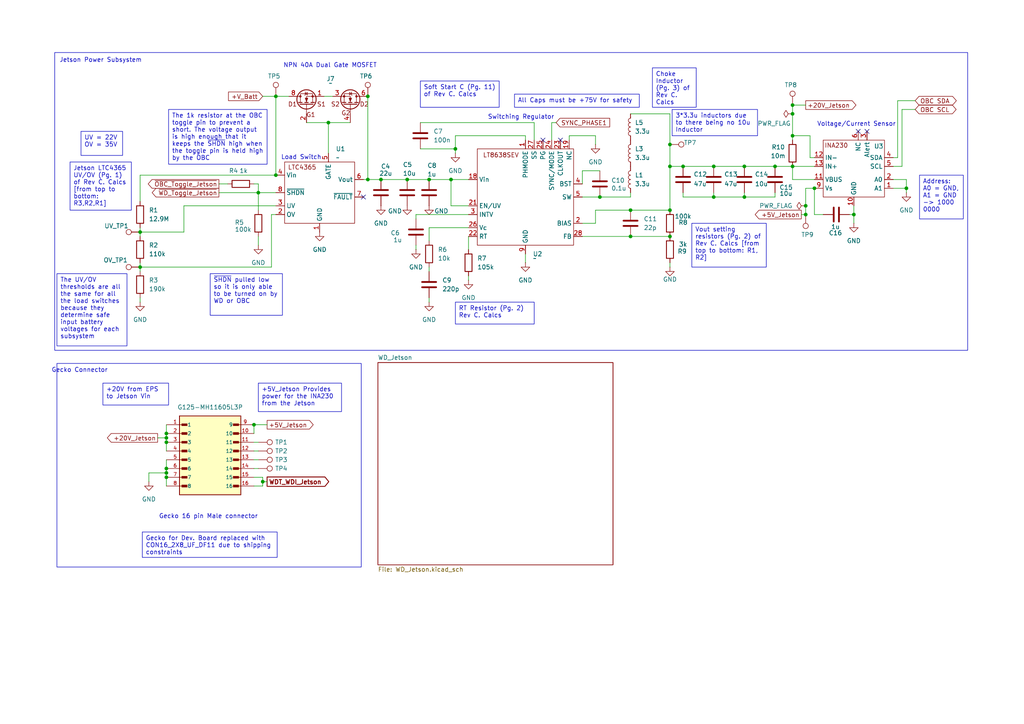
<source format=kicad_sch>
(kicad_sch (version 20250114) (generator "eeschema") (generator_version "9.0")
  (paper "A4")
  (lib_symbols
    (symbol "16 Pin Gecko Male Connector:G125-MH11605L3P" (pin_names (offset 1.016))
      (property "Reference" "J" (at -9.39 12.7 0))
      (property "Value" "G125-MH11605L3P" (at -8.89 -12.7 0))
      (symbol "G125-MH11605L3P_0_0"
        (rectangle (start -8.89 -10.16) (end 8.89 12.7) (stroke (width 0.254)) (fill (type background)))
        (rectangle (start -8.255 9.8425) (end -6.6675 10.4775) (stroke (width 0.1)) (fill (type outline)))
        (rectangle (start -8.255 7.3025) (end -6.6675 7.9375) (stroke (width 0.1)) (fill (type outline)))
        (rectangle (start -8.255 4.7625) (end -6.6675 5.3975) (stroke (width 0.1)) (fill (type outline)))
        (rectangle (start -8.255 2.2225) (end -6.6675 2.8575) (stroke (width 0.1)) (fill (type outline)))
        (rectangle (start -8.255 -0.3175) (end -6.6675 0.3175) (stroke (width 0.1)) (fill (type outline)))
        (rectangle (start -8.255 -2.8575) (end -6.6675 -2.2225) (stroke (width 0.1)) (fill (type outline)))
        (rectangle (start -8.255 -5.3975) (end -6.6675 -4.7625) (stroke (width 0.1)) (fill (type outline)))
        (rectangle (start -8.255 -7.9375) (end -6.6675 -7.3025) (stroke (width 0.1)) (fill (type outline)))
        (rectangle (start 8.255 9.8425) (end 6.6675 10.4775) (stroke (width 0.1)) (fill (type outline)))
        (rectangle (start 8.255 7.3025) (end 6.6675 7.9375) (stroke (width 0.1)) (fill (type outline)))
        (rectangle (start 8.255 4.7625) (end 6.6675 5.3975) (stroke (width 0.1)) (fill (type outline)))
        (rectangle (start 8.255 2.2225) (end 6.6675 2.8575) (stroke (width 0.1)) (fill (type outline)))
        (rectangle (start 8.255 -0.3175) (end 6.6675 0.3175) (stroke (width 0.1)) (fill (type outline)))
        (rectangle (start 8.255 -2.8575) (end 6.6675 -2.2225) (stroke (width 0.1)) (fill (type outline)))
        (rectangle (start 8.255 -5.3975) (end 6.6675 -4.7625) (stroke (width 0.1)) (fill (type outline)))
        (rectangle (start 8.255 -7.9375) (end 6.6675 -7.3025) (stroke (width 0.1)) (fill (type outline)))
        (pin passive line (at -12.7 10.16 0) (length 5.08) (name "1") (number "1"))
        (pin passive line (at -12.7 7.62 0) (length 5.08) (name "2") (number "2"))
        (pin passive line (at -12.7 5.08 0) (length 5.08) (name "3") (number "3"))
        (pin passive line (at -12.7 2.54 0) (length 5.08) (name "4") (number "4"))
        (pin passive line (at -12.7 0 0) (length 5.08) (name "5") (number "5"))
        (pin passive line (at -12.7 -2.54 0) (length 5.08) (name "6") (number "6"))
        (pin passive line (at -12.7 -5.08 0) (length 5.08) (name "7") (number "7"))
        (pin passive line (at -12.7 -7.62 0) (length 5.08) (name "8") (number "8"))
        (pin passive line (at 12.7 10.16 180) (length 5.08) (name "9") (number "9"))
        (pin passive line (at 12.7 7.62 180) (length 5.08) (name "10") (number "10"))
        (pin passive line (at 12.7 5.08 180) (length 5.08) (name "11") (number "11"))
        (pin passive line (at 12.7 2.54 180) (length 5.08) (name "12") (number "12"))
        (pin passive line (at 12.7 0 180) (length 5.08) (name "13") (number "13"))
        (pin passive line (at 12.7 -2.54 180) (length 5.08) (name "14") (number "14"))
        (pin passive line (at 12.7 -5.08 180) (length 5.08) (name "15") (number "15"))
        (pin passive line (at 12.7 -7.62 180) (length 5.08) (name "16") (number "16"))
      )
    )
    (symbol "Connector:TestPoint" (pin_numbers (hide yes)) (pin_names (offset 0.762) (hide yes))
      (property "Reference" "TP" (at 0 6.858 0))
      (property "Value" "TestPoint" (at 0 5.08 0))
      (symbol "TestPoint_0_1"
        (circle (center 0 3.302) (radius 0.762))
      )
      (symbol "TestPoint_1_1"
        (pin passive line (at 0 0 90) (length 2.54) (name "1") (number "1"))
      )
    )
    (symbol "Device:C" (pin_numbers (hide yes)) (pin_names (offset 0.254))
      (property "Reference" "C" (at 0.635 2.54 0))
      (property "Value" "C" (at 0.635 -2.54 0))
      (symbol "C_0_1"
        (polyline (pts (xy -2.032 0.762) (xy 2.032 0.762)) (stroke (width 0.508)))
        (polyline (pts (xy -2.032 -0.762) (xy 2.032 -0.762)) (stroke (width 0.508)))
      )
      (symbol "C_1_1"
        (pin passive line (at 0 3.81 270) (length 2.794) (name "~") (number "1"))
        (pin passive line (at 0 -3.81 90) (length 2.794) (name "~") (number "2"))
      )
    )
    (symbol "Device:L" (pin_numbers (hide yes)) (pin_names (offset 1.016) (hide yes))
      (property "Reference" "L" (at -1.27 0 90))
      (property "Value" "L" (at 1.905 0 90))
      (symbol "L_0_1"
        (arc (start 0 2.54) (mid 0.6323 1.905) (end 0 1.27))
        (arc (start 0 1.27) (mid 0.6323 0.635) (end 0 0))
        (arc (start 0 0) (mid 0.6323 -0.635) (end 0 -1.27))
        (arc (start 0 -1.27) (mid 0.6323 -1.905) (end 0 -2.54))
      )
      (symbol "L_1_1"
        (pin passive line (at 0 3.81 270) (length 1.27) (name "1") (number "1"))
        (pin passive line (at 0 -3.81 90) (length 1.27) (name "2") (number "2"))
      )
    )
    (symbol "Device:R" (pin_numbers (hide yes)) (pin_names (offset 0))
      (property "Reference" "R" (at 2.032 0 90))
      (property "Value" "R" (at 0 0 90))
      (symbol "R_0_1"
        (rectangle (start -1.016 -2.54) (end 1.016 2.54) (stroke (width 0.254)))
      )
      (symbol "R_1_1"
        (pin passive line (at 0 3.81 270) (length 1.27) (name "~") (number "1"))
        (pin passive line (at 0 -3.81 90) (length 1.27) (name "~") (number "2"))
      )
    )
    (symbol "INA230:INA230 [RGT PACKAGE]"
      (property "Reference" "U" (at 7.62 7.62 0))
      (property "Value" "INA230" (at 0 0 0))
      (symbol "INA230 [RGT PACKAGE]_0_1"
        (rectangle (start -8.89 8.89) (end 8.89 -7.62))
      )
      (symbol "INA230 [RGT PACKAGE]_1_1"
        (text "INA230" (at -5.08 7.366 0) (effects (font (size 1.27 1.27))))
        (pin input line (at -11.43 3.81 0) (length 2.54) (name "IN-") (number "12"))
        (pin input line (at -11.43 1.27 0) (length 2.54) (name "IN+") (number "13"))
        (pin input line (at -11.43 -2.54 0) (length 2.54) (name "VBUS") (number "11"))
        (pin power_in line (at -11.43 -5.08 0) (length 2.54) (name "Vs") (number "9"))
        (pin power_in line (at 0 -10.16 90) (length 2.54) (name "GND") (number "10"))
        (pin passive line (at 1.27 11.43 270) (length 2.54) (name "NC") (number "6"))
        (pin output line (at 3.81 11.43 270) (length 2.54) (name "Alert") (number "3"))
        (pin bidirectional line (at 11.43 3.81 180) (length 2.54) (name "SDA") (number "4"))
        (pin bidirectional line (at 11.43 1.27 180) (length 2.54) (name "SCL") (number "5"))
        (pin input line (at 11.43 -2.54 180) (length 2.54) (name "A0") (number "2"))
        (pin input line (at 11.43 -5.08 180) (length 2.54) (name "A1") (number "1"))
      )
    )
    (symbol "LT8638SEV#PBF:LT863SEV#PBF"
      (property "Reference" "U" (at 12.954 -2.286 0))
      (symbol "LT863SEV#PBF_0_1"
        (rectangle (start -13.97 15.24) (end 13.97 -12.7))
      )
      (symbol "LT863SEV#PBF_1_1"
        (text "LT8638SEV\n" (at -7.112 13.462 0) (effects (font (size 1.27 1.27))))
        (pin power_in line (at -16.51 6.35 0) (length 2.54) (name "Vin") (number "18"))
        (pin input line (at -16.51 -1.27 0) (length 2.54) (name "EN/UV") (number "21"))
        (pin input line (at -16.51 -3.81 0) (length 2.54) (name "INTV") (number "3"))
        (pin input line (at -16.51 -7.62 0) (length 2.54) (name "Vc") (number "26"))
        (pin passive line (at -16.51 -10.16 0) (length 2.54) (name "RT") (number "22"))
        (pin passive line (at 0 17.78 270) (length 2.54) (name "PHMODE") (number "1"))
        (pin power_in line (at 0 -15.24 90) (length 2.54) (name "GND") (number "9"))
        (pin passive line (at 2.54 17.78 270) (length 2.54) (name "SS") (number "27"))
        (pin passive line (at 5.08 17.78 270) (length 2.54) (name "PG") (number "25"))
        (pin passive line (at 7.62 17.78 270) (length 2.54) (name "SYNC/MODE") (number "24"))
        (pin passive line (at 10.16 17.78 270) (length 2.54) (name "CLKOUT") (number "23"))
        (pin passive line (at 12.7 17.78 270) (length 2.54) (name "NC") (number "19"))
        (pin power_out line (at 16.51 5.08 180) (length 2.54) (name "BST") (number "4"))
        (pin power_out line (at 16.51 1.27 180) (length 2.54) (name "SW") (number "5"))
        (pin power_out line (at 16.51 -6.35 180) (length 2.54) (name "BIAS") (number "2"))
        (pin power_out line (at 16.51 -10.16 180) (length 2.54) (name "FB") (number "28"))
      )
    )
    (symbol "LTC4365:LTC4365"
      (property "Reference" "U" (at 7.874 -7.874 0))
      (symbol "LTC4365_0_1"
        (rectangle (start -11.43 8.89) (end 8.89 -8.89))
      )
      (symbol "LTC4365_1_1"
        (text "LTC4365\n" (at -6.35 7.366 0) (effects (font (size 1.27 1.27))))
        (pin power_in line (at -13.97 5.08 0) (length 2.54) (name "Vin") (number "4"))
        (pin passive line (at -13.97 0 0) (length 2.54) (name "~{SHDN}") (number "8"))
        (pin input line (at -13.97 -3.81 0) (length 2.54) (name "UV") (number "3"))
        (pin input line (at -13.97 -6.35 0) (length 2.54) (name "OV") (number "2"))
        (pin power_in line (at -1.27 -11.43 90) (length 2.54) (name "GND") (number "1"))
        (pin output line (at 1.27 11.43 270) (length 2.54) (name "GATE") (number "5"))
        (pin passive line (at 11.43 3.81 180) (length 2.54) (name "Vout") (number "6"))
        (pin output line (at 11.43 -1.27 180) (length 2.54) (name "~{FAULT}") (number "7"))
      )
    )
    (symbol "SISB46DN:SISB46DN"
      (symbol "SISB46DN_0_1"
        (polyline (pts (xy -8.89 1.27) (xy -8.128 1.27)))
        (polyline (pts (xy -8.636 -0.508) (xy -7.62 -0.508)) (stroke (width 0.254)))
        (polyline (pts (xy -8.255 -1.016) (xy -4.445 -1.016)) (stroke (width 0.254)))
        (circle (center -8.128 1.27) (radius 0.254) (fill (type outline)))
        (polyline (pts (xy -6.858 1.524) (xy -6.731 1.651) (xy -6.731 2.413) (xy -6.604 2.54)))
        (polyline (pts (xy -6.858 -0.508) (xy -5.842 -0.508)) (stroke (width 0.254)))
        (polyline (pts (xy -6.731 2.032) (xy -6.096 1.651) (xy -6.096 2.413) (xy -6.731 2.032)))
        (circle (center -6.35 0.381) (radius 2.794) (stroke (width 0.254)))
        (polyline (pts (xy -6.35 -0.254) (xy -6.731 0.762) (xy -5.969 0.762) (xy -6.35 -0.254)) (fill (type outline)))
        (polyline (pts (xy -6.35 -1.016) (xy -6.35 -3.81)))
        (polyline (pts (xy -5.08 -0.508) (xy -4.064 -0.508)) (stroke (width 0.254)))
        (circle (center -4.572 1.27) (radius 0.254) (fill (type outline)))
        (polyline (pts (xy -4.572 -0.508) (xy -4.572 2.032) (xy -8.128 2.032) (xy -8.128 -0.508)))
        (polyline (pts (xy -3.81 1.27) (xy -6.35 1.27) (xy -6.35 -0.508)))
        (polyline (pts (xy 3.81 1.27) (xy 6.35 1.27) (xy 6.35 -0.508)))
        (circle (center 4.572 1.27) (radius 0.254) (fill (type outline)))
        (polyline (pts (xy 4.572 -0.508) (xy 4.572 2.032) (xy 8.128 2.032) (xy 8.128 -0.508)))
        (polyline (pts (xy 5.08 -0.508) (xy 4.064 -0.508)) (stroke (width 0.254)))
        (circle (center 6.35 0.381) (radius 2.794) (stroke (width 0.254)))
        (polyline (pts (xy 6.35 -0.254) (xy 6.731 0.762) (xy 5.969 0.762) (xy 6.35 -0.254)) (fill (type outline)))
        (polyline (pts (xy 6.35 -1.016) (xy 6.35 -3.81)))
        (polyline (pts (xy 6.731 2.032) (xy 6.096 1.651) (xy 6.096 2.413) (xy 6.731 2.032)))
        (polyline (pts (xy 6.858 1.524) (xy 6.731 1.651) (xy 6.731 2.413) (xy 6.604 2.54)))
        (polyline (pts (xy 6.858 -0.508) (xy 5.842 -0.508)) (stroke (width 0.254)))
        (circle (center 8.128 1.27) (radius 0.254) (fill (type outline)))
        (polyline (pts (xy 8.255 -1.016) (xy 4.445 -1.016)) (stroke (width 0.254)))
        (polyline (pts (xy 8.636 -0.508) (xy 7.62 -0.508)) (stroke (width 0.254)))
        (polyline (pts (xy 8.89 1.27) (xy 8.128 1.27)))
      )
      (symbol "SISB46DN_1_1"
        (text "D1" (at -10.414 -1.016 0) (effects (font (size 1.27 1.27))))
        (text "G1" (at -5.08 -4.064 0) (effects (font (size 1.27 1.27))))
        (text "S1" (at -2.032 -1.016 0) (effects (font (size 1.27 1.27))))
        (text "S2" (at 2.032 -1.016 0) (effects (font (size 1.27 1.27))))
        (text "G2" (at 5.08 -3.556 0) (effects (font (size 1.27 1.27))))
        (text "D2" (at 10.414 -1.016 0) (effects (font (size 1.27 1.27))))
        (pin passive line (at -11.43 1.27 0) (length 2.54) (hide yes) (name "") (number "7"))
        (pin power_in line (at -11.43 1.27 0) (length 2.54) (name "") (number "8"))
        (pin input line (at -6.35 -6.35 90) (length 2.54) (name "") (number "2"))
        (pin passive line (at -1.27 1.27 180) (length 2.54) (name "") (number "1"))
        (pin passive line (at 1.27 1.27 0) (length 2.54) (name "") (number "3"))
        (pin input line (at 6.35 -6.35 90) (length 2.54) (name "") (number "4"))
        (pin passive line (at 11.43 1.27 180) (length 2.54) (hide yes) (name "") (number "5"))
        (pin power_out line (at 11.43 1.27 180) (length 2.54) (name "") (number "6"))
      )
    )
    (symbol "power:GND" (power) (pin_numbers (hide yes)) (pin_names (offset 0) (hide yes))
      (property "Value" "GND" (at 0 -3.81 0))
      (symbol "GND_0_1"
        (polyline (pts (xy 0 0) (xy 0 -1.27) (xy 1.27 -1.27) (xy 0 -2.54) (xy -1.27 -1.27) (xy 0 -1.27)))
      )
      (symbol "GND_1_1"
        (pin power_in line (at 0 0 270) (length 0) (name "~") (number "1"))
      )
    )
    (symbol "power:PWR_FLAG" (power) (pin_numbers (hide yes)) (pin_names (offset 0) (hide yes))
      (property "Value" "PWR_FLAG" (at 0 3.81 0))
      (symbol "PWR_FLAG_0_0"
        (pin power_out line (at 0 0 90) (length 0) (name "~") (number "1"))
      )
      (symbol "PWR_FLAG_0_1"
        (polyline (pts (xy 0 0) (xy 0 1.27) (xy -1.016 1.905) (xy 0 2.54) (xy 1.016 1.905) (xy 0 1.27)))
      )
    )
  )
  (rectangle (start 15.875 15.24) (end 280.67 101.6))
  (rectangle (start 16.51 105.41) (end 104.775 164.465))
  (text "Gecko 16 pin Male connector" (at 60.452 149.86 0) (effects (font (size 1.27 1.27))))
  (text "Switching Regulator" (at 151.13 34.036 0) (effects (font (size 1.27 1.27))))
  (text "Jetson Power Subsystem" (at 29.21 17.526 0) (effects (font (size 1.27 1.27))))
  (text "Gecko Connector" (at 23.114 107.442 0) (effects (font (size 1.27 1.27))))
  (text "NPN 40A Dual Gate MOSFET" (at 95.758 19.05 0) (effects (font (size 1.27 1.27))))
  (text "Load Switch" (at 87.376 45.72 0) (effects (font (size 1.27 1.27))))
  (text "Voltage/Current Sensor" (at 248.412 36.068 0) (effects (font (size 1.27 1.27))))
  (text_box "3*3.3u inductors due to there being no 10u Inductor" (at 194.945 31.75 0) (size 24.765 7.62) (margins 0.9525 0.9525 0.9525 0.9525) (effects (font (size 1.27 1.27)) (justify left top)))
  (text_box "~{SHDN} pulled low so it is only able to be turned on by WD or OBC" (at 60.96 79.375 0) (size 20.955 12.065) (margins 0.9525 0.9525 0.9525 0.9525) (effects (font (size 1.27 1.27)) (justify left top)))
  (text_box "RT Resistor (Pg. 2) Rev C. Calcs" (at 132.08 87.63 0) (size 22.86 6.35) (margins 0.9525 0.9525 0.9525 0.9525) (effects (font (size 1.27 1.27)) (justify left top)))
  (text_box "Jetson LTC4365 UV/OV (Pg. 1) of Rev C. Calcs [from top to bottom: R3,R2,R1]" (at 20.32 46.99 0) (size 17.78 13.97) (margins 0.9525 0.9525 0.9525 0.9525) (effects (font (size 1.27 1.27)) (justify left top)))
  (text_box "Choke Inductor (Pg. 3) of Rev C. Calcs" (at 189.23 19.685 0) (size 12.7 11.43) (margins 0.9525 0.9525 0.9525 0.9525) (effects (font (size 1.27 1.27)) (justify left top)))
  (text_box "The UV/OV thresholds are all the same for all the load switches because they determine safe input battery voltages for each subsystem" (at 16.51 79.375 0) (size 20.32 20.955) (margins 0.9525 0.9525 0.9525 0.9525) (effects (font (size 1.27 1.27)) (justify left top)))
  (text_box "Vout setting resistors (Pg. 2) of Rev C. Calcs [from top to bottom: R1, R2]" (at 200.66 64.77 0) (size 21.59 12.7) (margins 0.9525 0.9525 0.9525 0.9525) (effects (font (size 1.27 1.27)) (justify left top)))
  (text_box "UV = 22V\nOV = 35V" (at 23.495 38.1 0) (size 12.065 6.985) (margins 0.9525 0.9525 0.9525 0.9525) (effects (font (size 1.27 1.27)) (justify left top)))
  (text_box "All Caps must be +75V for safety" (at 149.225 27.305 0) (size 36.195 3.81) (margins 0.9525 0.9525 0.9525 0.9525) (effects (font (size 1.27 1.27)) (justify left top)))
  (text_box "Soft Start C (Pg. 11) of Rev C. Calcs" (at 121.92 23.495 0) (size 22.86 7.62) (margins 0.9525 0.9525 0.9525 0.9525) (effects (font (size 1.27 1.27)) (justify left top)))
  (text_box "+5V_Jetson Provides power for the INA230 from the Jetson" (at 74.93 111.125 0) (size 24.13 8.255) (margins 0.9525 0.9525 0.9525 0.9525) (effects (font (size 1.27 1.27)) (justify left top)))
  (text_box "Gecko for Dev. Board replaced with CON16_2X8_UF_DF11 due to shipping constraints" (at 41.275 154.305 0) (size 39.116 7.366) (margins 0.9525 0.9525 0.9525 0.9525) (effects (font (size 1.27 1.27)) (justify left top)))
  (text_box "+20V from EPS to Jetson Vin" (at 29.845 111.125 0) (size 19.05 6.35) (margins 0.9525 0.9525 0.9525 0.9525) (effects (font (size 1.27 1.27)) (justify left top)))
  (text_box "Address: A0 = GND, A1 = GND -> 1000 0000" (at 266.7 50.8 0) (size 12.7 12.7) (margins 0.9525 0.9525 0.9525 0.9525) (effects (font (size 1.27 1.27)) (justify left top)))
  (text_box "The 1k resistor at the OBC toggle pin to prevent a short. The voltage output is high enough that it keeps the ~{SHDN} high when the toggle pin is held high by the OBC" (at 48.895 31.75 0) (size 28.575 15.875) (margins 0.9525 0.9525 0.9525 0.9525) (effects (font (size 1.27 1.27)) (justify left top)))
  (junction (at 262.89 54.61))
  (junction (at 215.9 48.26))
  (junction (at 236.22 54.61))
  (junction (at 118.11 52.07))
  (junction (at 182.88 68.58))
  (junction (at 48.26 128.27))
  (junction (at 95.25 35.56))
  (junction (at 106.68 52.07))
  (junction (at 198.12 48.26))
  (junction (at 48.26 125.73))
  (junction (at 182.88 60.96))
  (junction (at 194.31 48.26))
  (junction (at 207.01 48.26))
  (junction (at 76.2 139.7))
  (junction (at 48.26 138.43))
  (junction (at 40.64 67.31))
  (junction (at 130.81 52.07))
  (junction (at 48.26 137.16))
  (junction (at 132.08 43.18))
  (junction (at 229.87 39.37))
  (junction (at 110.49 52.07))
  (junction (at 233.68 59.69))
  (junction (at 80.01 27.94))
  (junction (at 194.31 60.96))
  (junction (at 229.87 30.48))
  (junction (at 194.31 68.58))
  (junction (at 106.68 27.94))
  (junction (at 215.9 57.15))
  (junction (at 173.99 57.15))
  (junction (at 73.66 123.19))
  (junction (at 80.01 50.8))
  (junction (at 48.26 135.89))
  (junction (at 40.64 77.47))
  (junction (at 207.01 57.15))
  (junction (at 124.46 52.07))
  (junction (at 247.65 62.23))
  (junction (at 224.79 48.26))
  (junction (at 229.87 48.26))
  (junction (at 194.31 41.91))
  (junction (at 233.68 62.23))
  (junction (at 74.93 55.88))
  (junction (at 229.87 33.02))
  (junction (at 48.26 127))
  (no_connect (at 105.41 57.15))
  (no_connect (at 162.56 40.64))
  (no_connect (at 251.46 38.1))
  (no_connect (at 157.48 40.64))
  (no_connect (at 248.92 38.1))
  (wire (pts (xy 229.87 39.37) (xy 229.87 33.02)))
  (wire (pts (xy 48.26 137.16) (xy 48.26 138.43)))
  (wire (pts (xy 172.72 60.96) (xy 182.88 60.96)))
  (wire (pts (xy 233.68 54.61) (xy 233.68 59.69)))
  (wire (pts (xy 207.01 48.26) (xy 215.9 48.26)))
  (wire (pts (xy 152.4 73.66) (xy 152.4 76.2)))
  (wire (pts (xy 224.79 57.15) (xy 224.79 55.88)))
  (wire (pts (xy 135.89 80.01) (xy 135.89 81.28)))
  (wire (pts (xy 215.9 48.26) (xy 224.79 48.26)))
  (wire (pts (xy 48.26 128.27) (xy 48.26 130.81)))
  (wire (pts (xy 236.22 62.23) (xy 238.76 62.23)))
  (wire (pts (xy 106.68 52.07) (xy 110.49 52.07)))
  (wire (pts (xy 48.26 133.35) (xy 48.26 135.89)))
  (wire (pts (xy 80.01 27.94) (xy 80.01 50.8)))
  (wire (pts (xy 121.92 43.18) (xy 132.08 43.18)))
  (wire (pts (xy 106.68 27.94) (xy 106.68 52.07)))
  (wire (pts (xy 160.02 35.56) (xy 160.02 40.64)))
  (wire (pts (xy 229.87 39.37) (xy 229.87 40.64)))
  (wire (pts (xy 78.74 77.47) (xy 78.74 62.23)))
  (wire (pts (xy 168.91 57.15) (xy 173.99 57.15)))
  (wire (pts (xy 95.25 35.56) (xy 95.25 44.45)))
  (wire (pts (xy 261.62 48.26) (xy 261.62 31.75)))
  (wire (pts (xy 73.66 135.89) (xy 74.93 135.89)))
  (wire (pts (xy 40.64 66.04) (xy 40.64 67.31)))
  (wire (pts (xy 48.26 125.73) (xy 48.26 127)))
  (wire (pts (xy 53.34 59.69) (xy 53.34 67.31)))
  (wire (pts (xy 76.2 139.7) (xy 77.47 139.7)))
  (wire (pts (xy 73.66 133.35) (xy 74.93 133.35)))
  (wire (pts (xy 63.5 53.34) (xy 66.04 53.34)))
  (wire (pts (xy 173.99 57.15) (xy 182.88 57.15)))
  (wire (pts (xy 182.88 60.96) (xy 194.31 60.96)))
  (wire (pts (xy 73.66 123.19) (xy 77.47 123.19)))
  (wire (pts (xy 246.38 62.23) (xy 247.65 62.23)))
  (wire (pts (xy 229.87 30.48) (xy 233.68 30.48)))
  (wire (pts (xy 233.68 62.23) (xy 233.68 59.69)))
  (wire (pts (xy 93.98 27.94) (xy 96.52 27.94)))
  (wire (pts (xy 229.87 33.02) (xy 229.87 30.48)))
  (wire (pts (xy 73.66 130.81) (xy 74.93 130.81)))
  (wire (pts (xy 110.49 52.07) (xy 118.11 52.07)))
  (wire (pts (xy 260.35 45.72) (xy 260.35 29.21)))
  (wire (pts (xy 73.66 128.27) (xy 74.93 128.27)))
  (wire (pts (xy 74.93 53.34) (xy 74.93 55.88)))
  (wire (pts (xy 40.64 86.36) (xy 40.64 87.63)))
  (wire (pts (xy 124.46 77.47) (xy 124.46 78.74)))
  (wire (pts (xy 247.65 62.23) (xy 247.65 59.69)))
  (wire (pts (xy 63.5 55.88) (xy 74.93 55.88)))
  (wire (pts (xy 120.65 62.23) (xy 120.65 63.5)))
  (wire (pts (xy 229.87 48.26) (xy 229.87 52.07)))
  (wire (pts (xy 172.72 60.96) (xy 172.72 64.77)))
  (wire (pts (xy 207.01 57.15) (xy 215.9 57.15)))
  (wire (pts (xy 48.26 138.43) (xy 48.26 140.97)))
  (wire (pts (xy 182.88 57.15) (xy 182.88 55.88)))
  (wire (pts (xy 135.89 66.04) (xy 124.46 66.04)))
  (wire (pts (xy 172.72 39.37) (xy 172.72 41.91)))
  (wire (pts (xy 40.64 77.47) (xy 78.74 77.47)))
  (wire (pts (xy 135.89 59.69) (xy 130.81 59.69)))
  (wire (pts (xy 224.79 48.26) (xy 229.87 48.26)))
  (wire (pts (xy 168.91 53.34) (xy 168.91 49.53)))
  (wire (pts (xy 118.11 52.07) (xy 124.46 52.07)))
  (wire (pts (xy 261.62 31.75) (xy 265.43 31.75)))
  (wire (pts (xy 135.89 68.58) (xy 135.89 72.39)))
  (wire (pts (xy 165.1 40.64) (xy 165.1 39.37)))
  (wire (pts (xy 194.31 33.02) (xy 194.31 41.91)))
  (wire (pts (xy 132.08 39.37) (xy 132.08 43.18)))
  (wire (pts (xy 78.74 62.23) (xy 80.01 62.23)))
  (wire (pts (xy 233.68 54.61) (xy 236.22 54.61)))
  (wire (pts (xy 73.66 53.34) (xy 74.93 53.34)))
  (wire (pts (xy 152.4 39.37) (xy 132.08 39.37)))
  (wire (pts (xy 194.31 48.26) (xy 198.12 48.26)))
  (wire (pts (xy 80.01 27.94) (xy 83.82 27.94)))
  (wire (pts (xy 53.34 59.69) (xy 80.01 59.69)))
  (wire (pts (xy 76.2 140.97) (xy 73.66 140.97)))
  (wire (pts (xy 105.41 52.07) (xy 106.68 52.07)))
  (wire (pts (xy 182.88 68.58) (xy 194.31 68.58)))
  (wire (pts (xy 76.2 139.7) (xy 76.2 140.97)))
  (wire (pts (xy 48.26 127) (xy 48.26 128.27)))
  (wire (pts (xy 259.08 45.72) (xy 260.35 45.72)))
  (wire (pts (xy 74.93 55.88) (xy 74.93 60.96)))
  (wire (pts (xy 130.81 52.07) (xy 135.89 52.07)))
  (wire (pts (xy 182.88 33.02) (xy 194.31 33.02)))
  (wire (pts (xy 168.91 64.77) (xy 172.72 64.77)))
  (wire (pts (xy 194.31 77.47) (xy 194.31 76.2)))
  (wire (pts (xy 247.65 64.77) (xy 247.65 62.23)))
  (wire (pts (xy 259.08 52.07) (xy 262.89 52.07)))
  (wire (pts (xy 73.66 123.19) (xy 73.66 125.73)))
  (wire (pts (xy 154.94 40.64) (xy 154.94 35.56)))
  (wire (pts (xy 161.29 35.56) (xy 160.02 35.56)))
  (wire (pts (xy 236.22 54.61) (xy 236.22 62.23)))
  (wire (pts (xy 262.89 52.07) (xy 262.89 54.61)))
  (wire (pts (xy 48.26 135.89) (xy 48.26 137.16)))
  (wire (pts (xy 229.87 52.07) (xy 236.22 52.07)))
  (wire (pts (xy 45.72 127) (xy 48.26 127)))
  (wire (pts (xy 40.64 67.31) (xy 40.64 68.58)))
  (wire (pts (xy 168.91 68.58) (xy 182.88 68.58)))
  (wire (pts (xy 259.08 48.26) (xy 261.62 48.26)))
  (wire (pts (xy 262.89 54.61) (xy 262.89 55.88)))
  (wire (pts (xy 124.46 52.07) (xy 130.81 52.07)))
  (wire (pts (xy 40.64 77.47) (xy 40.64 78.74)))
  (wire (pts (xy 229.87 48.26) (xy 236.22 48.26)))
  (wire (pts (xy 74.93 55.88) (xy 80.01 55.88)))
  (wire (pts (xy 43.18 137.16) (xy 43.18 139.7)))
  (wire (pts (xy 120.65 71.12) (xy 120.65 72.39)))
  (wire (pts (xy 152.4 39.37) (xy 152.4 40.64)))
  (wire (pts (xy 76.2 138.43) (xy 76.2 139.7)))
  (wire (pts (xy 124.46 86.36) (xy 124.46 87.63)))
  (wire (pts (xy 215.9 55.88) (xy 215.9 57.15)))
  (wire (pts (xy 40.64 50.8) (xy 80.01 50.8)))
  (wire (pts (xy 154.94 35.56) (xy 121.92 35.56)))
  (wire (pts (xy 168.91 49.53) (xy 173.99 49.53)))
  (wire (pts (xy 198.12 57.15) (xy 207.01 57.15)))
  (wire (pts (xy 259.08 54.61) (xy 262.89 54.61)))
  (wire (pts (xy 95.25 35.56) (xy 101.6 35.56)))
  (wire (pts (xy 215.9 57.15) (xy 224.79 57.15)))
  (wire (pts (xy 229.87 39.37) (xy 234.95 39.37)))
  (wire (pts (xy 132.08 44.45) (xy 132.08 43.18)))
  (wire (pts (xy 234.95 39.37) (xy 234.95 45.72)))
  (wire (pts (xy 88.9 35.56) (xy 95.25 35.56)))
  (wire (pts (xy 207.01 55.88) (xy 207.01 57.15)))
  (wire (pts (xy 120.65 62.23) (xy 135.89 62.23)))
  (wire (pts (xy 194.31 48.26) (xy 194.31 60.96)))
  (wire (pts (xy 43.18 137.16) (xy 48.26 137.16)))
  (wire (pts (xy 165.1 39.37) (xy 172.72 39.37)))
  (wire (pts (xy 198.12 48.26) (xy 207.01 48.26)))
  (wire (pts (xy 124.46 66.04) (xy 124.46 69.85)))
  (wire (pts (xy 232.41 62.23) (xy 233.68 62.23)))
  (wire (pts (xy 40.64 50.8) (xy 40.64 58.42)))
  (wire (pts (xy 40.64 76.2) (xy 40.64 77.47)))
  (wire (pts (xy 73.66 138.43) (xy 76.2 138.43)))
  (wire (pts (xy 40.64 67.31) (xy 53.34 67.31)))
  (wire (pts (xy 260.35 29.21) (xy 265.43 29.21)))
  (wire (pts (xy 76.2 27.94) (xy 80.01 27.94)))
  (wire (pts (xy 74.93 68.58) (xy 74.93 71.12)))
  (wire (pts (xy 48.26 123.19) (xy 48.26 125.73)))
  (wire (pts (xy 194.31 41.91) (xy 194.31 48.26)))
  (wire (pts (xy 130.81 59.69) (xy 130.81 52.07)))
  (wire (pts (xy 198.12 55.88) (xy 198.12 57.15)))
  (wire (pts (xy 234.95 45.72) (xy 236.22 45.72)))
  (global_label "~{OBC_Toggle_Jetson}" (shape output) (at 63.5 53.34 180) (property "Intersheetrefs" "${INTERSHEET_REFS}" (effects (hide yes))))
  (global_label "~{WD_Toggle_Jetson}" (shape output) (at 63.5 55.88 180) (property "Intersheetrefs" "${INTERSHEET_REFS}" (effects (hide yes))))
  (global_label "WDT_WDI_Jetson" (shape output) (at 77.47 139.7 0) (effects (font (thickness 0.254) (bold yes))) (property "Intersheetrefs" "${INTERSHEET_REFS}" (effects (hide yes))))
  (global_label "OBC SCL" (shape bidirectional) (at 265.43 31.75 0) (property "Intersheetrefs" "${INTERSHEET_REFS}" (effects (hide yes))))
  (global_label "SYNC_PHASE1" (shape input) (at 161.29 35.56 0) (property "Intersheetrefs" "${INTERSHEET_REFS}" (effects (hide yes))))
  (global_label "+20V_Jetson" (shape output) (at 45.72 127 180) (property "Intersheetrefs" "${INTERSHEET_REFS}" (effects (hide yes))))
  (global_label "+20V_Jetson" (shape output) (at 233.68 30.48 0) (property "Intersheetrefs" "${INTERSHEET_REFS}" (effects (hide yes))))
  (global_label "+5V_Jetson" (shape output) (at 232.41 62.23 180) (property "Intersheetrefs" "${INTERSHEET_REFS}" (effects (hide yes))))
  (global_label "OBC SDA" (shape bidirectional) (at 265.43 29.21 0) (property "Intersheetrefs" "${INTERSHEET_REFS}" (effects (hide yes))))
  (global_label "+V_Batt" (shape input) (at 76.2 27.94 180) (property "Intersheetrefs" "${INTERSHEET_REFS}" (effects (hide yes))))
  (global_label "+5V_Jetson" (shape output) (at 77.47 123.19 0) (property "Intersheetrefs" "${INTERSHEET_REFS}" (effects (hide yes))))
  (symbol (lib_id "Connector:TestPoint") (at 40.64 67.31 90) (unit 1)
    (property "Reference" "UV_TP1" (at 33.782 65.532 90))
    (property "Value" "TestPoint" (effects (hide yes)))
    (property "Footprint" "TestPoint:TestPoint_Pad_1.0x1.0mm" (effects (hide yes)))
    (property "Description" "test point" (effects (hide yes)))
  )
  (symbol (lib_id "Connector:TestPoint") (at 40.64 77.47 90) (unit 1)
    (property "Reference" "OV_TP1" (at 33.528 75.438 90))
    (property "Value" "TestPoint" (effects (hide yes)))
    (property "Footprint" "TestPoint:TestPoint_Pad_1.0x1.0mm" (effects (hide yes)))
    (property "Description" "test point" (effects (hide yes)))
  )
  (symbol (lib_id "power:GND") (at 110.49 59.69 0) (unit 1)
    (property "Reference" "#PWR07" (effects (hide yes)))
    (property "Value" "GND" (at 110.49 64.77 0))
    (property "Description" "Power symbol creates a global label with name \"GND\" , ground" (effects (hide yes)))
  )
  (symbol (lib_id "SISB46DN:SISB46DN") (at 95.25 29.21 0) (unit 1)
    (property "Reference" "J7" (at 95.885 22.86 0))
    (property "Value" "~" (at 95.885 24.13 0))
    (property "Footprint" "RevC Footprints:SISB46DN-T1-GE3" (effects (hide yes)))
    (property "Datasheet" "https://www.vishay.com/docs/76655/sisb46dn.pdf" (effects (hide yes)))
    (property "Description" "Dual N-Channel 40V (D-S) MOSFET" (effects (hide yes)))
  )
  (symbol (lib_id "Device:C") (at 207.01 52.07 0) (unit 1)
    (property "Reference" "C13" (at 210.058 50.546 0) (effects (justify left)))
    (property "Value" "47u" (at 210.058 53.34 0) (effects (justify left)))
    (property "Footprint" "Capacitor_SMD:C_1210_3225Metric" (effects (hide yes)))
    (property "Description" "Unpolarized capacitor" (effects (hide yes)))
  )
  (symbol (lib_id "16 Pin Gecko Male Connector:G125-MH11605L3P") (at 60.96 133.35 0) (unit 1)
    (property "Reference" "J6" (effects (hide yes)))
    (property "Value" "G125-MH11605L3P" (at 60.96 118.11 0))
    (property "Footprint" "RevC Footprints:CON16_2X8_UF_DF11" (effects (hide yes)))
    (property "MANUFACTURER" "HARWIN" (effects (hide yes)))
  )
  (symbol (lib_id "Device:R") (at 40.64 72.39 0) (unit 1)
    (property "Reference" "R2" (at 43.18 71.1199 0) (effects (justify left)))
    (property "Value" "110k" (at 43.18 73.6599 0) (effects (justify left)))
    (property "Footprint" "Resistor_SMD:R_0603_1608Metric" (effects (hide yes)))
    (property "Description" "Resistor" (effects (hide yes)))
  )
  (symbol (lib_id "power:GND") (at 132.08 44.45 0) (unit 1)
    (property "Reference" "#PWR012" (effects (hide yes)))
    (property "Value" "GND" (at 132.08 49.53 0))
    (property "Description" "Power symbol creates a global label with name \"GND\" , ground" (effects (hide yes)))
  )
  (symbol (lib_id "Device:R") (at 40.64 62.23 0) (unit 1)
    (property "Reference" "R1" (at 43.18 60.9599 0) (effects (justify left)))
    (property "Value" "12.9M" (at 43.18 63.4999 0) (effects (justify left)))
    (property "Footprint" "Resistor_SMD:R_0603_1608Metric" (effects (hide yes)))
    (property "Description" "Resistor" (effects (hide yes)))
  )
  (symbol (lib_id "Device:C") (at 242.57 62.23 270) (unit 1)
    (property "Reference" "C16" (at 242.316 67.564 90))
    (property "Value" "1u" (at 242.316 65.786 90))
    (property "Footprint" "Capacitor_SMD:C_1210_3225Metric" (effects (hide yes)))
    (property "Description" "Unpolarized capacitor" (effects (hide yes)))
  )
  (symbol (lib_id "power:GND") (at 124.46 59.69 0) (unit 1)
    (property "Reference" "#PWR010" (effects (hide yes)))
    (property "Value" "GND" (at 128.016 61.214 0))
    (property "Description" "Power symbol creates a global label with name \"GND\" , ground" (effects (hide yes)))
  )
  (symbol (lib_id "Device:R") (at 135.89 76.2 0) (unit 1)
    (property "Reference" "R7" (at 138.43 74.9299 0) (effects (justify left)))
    (property "Value" "105k" (at 138.43 77.4699 0) (effects (justify left)))
    (property "Footprint" "Resistor_SMD:R_0603_1608Metric" (effects (hide yes)))
    (property "Description" "Resistor" (effects (hide yes)))
  )
  (symbol (lib_id "Device:C") (at 118.11 55.88 0) (unit 1)
    (property "Reference" "C5" (at 116.84 47.752 0) (effects (justify left)))
    (property "Value" "10u" (at 116.84 50.292 0) (effects (justify left)))
    (property "Footprint" "Capacitor_SMD:C_1210_3225Metric" (effects (hide yes)))
    (property "Description" "Unpolarized capacitor" (effects (hide yes)))
  )
  (symbol (lib_id "power:GND") (at 118.11 59.69 0) (unit 1)
    (property "Reference" "#PWR08" (effects (hide yes)))
    (property "Value" "GND" (at 114.554 61.214 0))
    (property "Description" "Power symbol creates a global label with name \"GND\" , ground" (effects (hide yes)))
  )
  (symbol (lib_id "Device:C") (at 198.12 52.07 0) (unit 1)
    (property "Reference" "C12" (at 201.168 50.546 0) (effects (justify left)))
    (property "Value" "47u" (at 201.168 53.34 0) (effects (justify left)))
    (property "Footprint" "Capacitor_SMD:C_1210_3225Metric" (effects (hide yes)))
    (property "Description" "Unpolarized capacitor" (effects (hide yes)))
  )
  (symbol (lib_id "LTC4365:LTC4365") (at 93.98 55.88 0) (unit 1)
    (property "Reference" "U1" (at 97.3933 43.18 0) (effects (justify left)))
    (property "Value" "~" (at 97.3933 45.72 0) (effects (justify left)))
    (property "Footprint" "RevC Footprints:LTC4365" (effects (hide yes)))
    (property "Datasheet" "https://www.analog.com/media/en/technical-documentation/data-sheets/LTC4365.pdf" (effects (hide yes)))
    (property "Description" "Overvoltage, Undervoltage and Reverse Supply Protection Controller" (effects (hide yes)))
  )
  (symbol (lib_id "power:PWR_FLAG") (at 233.68 59.69 90) (unit 1)
    (property "Reference" "#FLG05" (effects (hide yes)))
    (property "Value" "PWR_FLAG" (at 229.87 59.6899 90) (effects (justify left)))
    (property "Description" "Special symbol for telling ERC where power comes from" (effects (hide yes)))
  )
  (symbol (lib_id "Device:R") (at 194.31 72.39 0) (unit 1)
    (property "Reference" "R9" (at 197.866 72.898 0))
    (property "Value" "3k" (at 198.12 70.866 0))
    (property "Footprint" "Resistor_SMD:R_0603_1608Metric" (effects (hide yes)))
    (property "Description" "Resistor" (effects (hide yes)))
  )
  (symbol (lib_id "power:GND") (at 262.89 55.88 0) (unit 1)
    (property "Reference" "#PWR018" (effects (hide yes)))
    (property "Value" "GND" (at 262.89 60.96 0))
    (property "Description" "Power symbol creates a global label with name \"GND\" , ground" (effects (hide yes)))
  )
  (symbol (lib_id "power:GND") (at 92.71 67.31 0) (unit 1)
    (property "Reference" "#PWR06" (effects (hide yes)))
    (property "Value" "GND" (at 92.71 72.39 0))
    (property "Description" "Power symbol creates a global label with name \"GND\" , ground" (effects (hide yes)))
  )
  (symbol (lib_id "Device:C") (at 124.46 82.55 0) (unit 1)
    (property "Reference" "C9" (at 128.27 81.2799 0) (effects (justify left)))
    (property "Value" "220p" (at 128.27 83.8199 0) (effects (justify left)))
    (property "Footprint" "Capacitor_SMD:C_1210_3225Metric" (effects (hide yes)))
    (property "Description" "Unpolarized capacitor" (effects (hide yes)))
  )
  (symbol (lib_id "power:GND") (at 172.72 41.91 0) (unit 1)
    (property "Reference" "#PWR015" (effects (hide yes)))
    (property "Value" "GND" (at 172.72 46.99 0))
    (property "Description" "Power symbol creates a global label with name \"GND\" , ground" (effects (hide yes)))
  )
  (symbol (lib_id "Connector:TestPoint") (at 74.93 135.89 270) (unit 1)
    (property "Reference" "TP4" (at 79.756 135.89 90) (effects (justify left)))
    (property "Value" "TestPoint" (effects (hide yes)))
    (property "Footprint" "TestPoint:TestPoint_Pad_1.0x1.0mm" (effects (hide yes)))
    (property "Description" "test point" (effects (hide yes)))
  )
  (symbol (lib_id "power:GND") (at 40.64 87.63 0) (unit 1)
    (property "Reference" "#PWR03" (effects (hide yes)))
    (property "Value" "GND" (at 40.64 92.71 0))
    (property "Description" "Power symbol creates a global label with name \"GND\" , ground" (effects (hide yes)))
  )
  (symbol (lib_id "Device:C") (at 182.88 64.77 0) (unit 1)
    (property "Reference" "C11" (at 186.69 63.4999 0) (effects (justify left)))
    (property "Value" "22p" (at 186.69 66.0399 0) (effects (justify left)))
    (property "Footprint" "Capacitor_SMD:C_1210_3225Metric" (effects (hide yes)))
    (property "Description" "Unpolarized capacitor" (effects (hide yes)))
  )
  (symbol (lib_id "Connector:TestPoint") (at 74.93 130.81 270) (unit 1)
    (property "Reference" "TP2" (at 79.756 130.81 90) (effects (justify left)))
    (property "Value" "TestPoint" (effects (hide yes)))
    (property "Footprint" "TestPoint:TestPoint_Pad_1.0x1.0mm" (effects (hide yes)))
    (property "Description" "test point" (effects (hide yes)))
  )
  (symbol (lib_id "power:GND") (at 74.93 71.12 0) (unit 1)
    (property "Reference" "#PWR05" (effects (hide yes)))
    (property "Value" "GND" (at 74.93 76.2 0))
    (property "Description" "Power symbol creates a global label with name \"GND\" , ground" (effects (hide yes)))
  )
  (symbol (lib_id "Device:C") (at 124.46 55.88 0) (unit 1)
    (property "Reference" "C8" (at 123.952 48.006 0) (effects (justify left)))
    (property "Value" "1u" (at 123.952 50.546 0) (effects (justify left)))
    (property "Footprint" "Capacitor_SMD:C_1210_3225Metric" (effects (hide yes)))
    (property "Description" "Unpolarized capacitor" (effects (hide yes)))
  )
  (symbol (lib_id "Device:C") (at 110.49 55.88 0) (unit 1)
    (property "Reference" "C4" (at 110.49 48.26 0) (effects (justify left)))
    (property "Value" "22u" (at 109.982 50.292 0) (effects (justify left)))
    (property "Footprint" "Capacitor_SMD:C_1210_3225Metric" (effects (hide yes)))
    (property "Description" "Unpolarized capacitor" (effects (hide yes)))
  )
  (symbol (lib_id "Connector:TestPoint") (at 194.31 41.91 270) (unit 1)
    (property "Reference" "TP7" (at 200.152 41.402 90))
    (property "Value" "TestPoint" (effects (hide yes)))
    (property "Footprint" "TestPoint:TestPoint_Pad_1.0x1.0mm" (effects (hide yes)))
    (property "Description" "test point" (effects (hide yes)))
  )
  (symbol (lib_id "Device:R") (at 229.87 44.45 0) (unit 1)
    (property "Reference" "R10" (at 223.774 42.672 0) (effects (justify left)))
    (property "Value" "10m" (at 223.52 45.212 0) (effects (justify left)))
    (property "Footprint" "Resistor_SMD:R_2512_6332Metric" (effects (hide yes)))
    (property "Description" "Resistor" (effects (hide yes)))
  )
  (symbol (lib_id "Device:R") (at 74.93 64.77 0) (unit 1)
    (property "Reference" "R5" (at 68.072 64.516 0) (effects (justify left)))
    (property "Value" "100k" (at 68.072 66.548 0) (effects (justify left)))
    (property "Footprint" "Resistor_SMD:R_0603_1608Metric" (effects (hide yes)))
    (property "Description" "Resistor" (effects (hide yes)))
  )
  (symbol (lib_id "power:GND") (at 120.65 72.39 0) (unit 1)
    (property "Reference" "#PWR09" (effects (hide yes)))
    (property "Value" "GND" (at 120.65 77.47 0))
    (property "Description" "Power symbol creates a global label with name \"GND\" , ground" (effects (hide yes)))
  )
  (symbol (lib_id "Device:R") (at 194.31 64.77 180) (unit 1)
    (property "Reference" "R8" (at 198.12 64.516 0))
    (property "Value" "100k" (at 198.12 62.738 0))
    (property "Footprint" "Resistor_SMD:R_0603_1608Metric" (effects (hide yes)))
    (property "Description" "Resistor" (effects (hide yes)))
  )
  (symbol (lib_id "power:GND") (at 152.4 76.2 0) (unit 1)
    (property "Reference" "#PWR014" (effects (hide yes)))
    (property "Value" "GND" (at 152.4 81.28 0))
    (property "Description" "Power symbol creates a global label with name \"GND\" , ground" (effects (hide yes)))
  )
  (symbol (lib_id "Connector:TestPoint") (at 74.93 133.35 270) (unit 1)
    (property "Reference" "TP3" (at 79.756 133.35 90) (effects (justify left)))
    (property "Value" "TestPoint" (effects (hide yes)))
    (property "Footprint" "TestPoint:TestPoint_Pad_1.0x1.0mm" (effects (hide yes)))
    (property "Description" "test point" (effects (hide yes)))
  )
  (symbol (lib_id "Device:L") (at 182.88 52.07 180) (unit 1)
    (property "Reference" "L1" (at 184.15 50.7999 0) (effects (justify right)))
    (property "Value" "3.3u" (at 184.15 53.3399 0) (effects (justify right)))
    (property "Footprint" "RevC Footprints:XEL6030102MEC" (effects (hide yes)))
    (property "Datasheet" "https://www.coilcraft.com/en-us/products/power/shielded-inductors/molded-inductor/xel/xel6030/?srsltid=AfmBOoqxe6hS-AVIr3woqGFRZjt3QaXyQi86MwGE0zvqKz2AENsjz4RA" (effects (hide yes)))
    (property "Description" "Coilcraft XEL6030-102 Power Inductor" (effects (hide yes)))
  )
  (symbol (lib_id "Device:R") (at 124.46 73.66 0) (unit 1)
    (property "Reference" "R6" (at 127 72.3899 0) (effects (justify left)))
    (property "Value" "10k" (at 127 74.9299 0) (effects (justify left)))
    (property "Footprint" "Resistor_SMD:R_0603_1608Metric" (effects (hide yes)))
    (property "Description" "Resistor" (effects (hide yes)))
  )
  (symbol (lib_id "Connector:TestPoint") (at 233.68 62.23 180) (unit 1)
    (property "Reference" "TP9" (at 234.188 68.072 0))
    (property "Value" "TestPoint" (effects (hide yes)))
    (property "Footprint" "TestPoint:TestPoint_Pad_1.0x1.0mm" (effects (hide yes)))
    (property "Description" "test point" (effects (hide yes)))
  )
  (symbol (lib_id "power:PWR_FLAG") (at 229.87 33.02 90) (unit 1)
    (property "Reference" "#FLG04" (effects (hide yes)))
    (property "Value" "PWR_FLAG" (at 229.362 35.814 90) (effects (justify left)))
    (property "Description" "Special symbol for telling ERC where power comes from" (effects (hide yes)))
  )
  (symbol (lib_id "Device:C") (at 215.9 52.07 0) (unit 1)
    (property "Reference" "C14" (at 218.948 50.546 0) (effects (justify left)))
    (property "Value" "10u" (at 218.948 53.34 0) (effects (justify left)))
    (property "Footprint" "Capacitor_SMD:C_1210_3225Metric" (effects (hide yes)))
    (property "Description" "Unpolarized capacitor" (effects (hide yes)))
  )
  (symbol (lib_id "Device:R") (at 40.64 82.55 0) (unit 1)
    (property "Reference" "R3" (at 43.18 81.2799 0) (effects (justify left)))
    (property "Value" "190k" (at 43.18 83.8199 0) (effects (justify left)))
    (property "Footprint" "Resistor_SMD:R_0603_1608Metric" (effects (hide yes)))
    (property "Description" "Resistor" (effects (hide yes)))
  )
  (symbol (lib_id "power:GND") (at 247.65 64.77 0) (unit 1)
    (property "Reference" "#PWR017" (effects (hide yes)))
    (property "Value" "GND" (at 247.65 69.85 0))
    (property "Description" "Power symbol creates a global label with name \"GND\" , ground" (effects (hide yes)))
  )
  (symbol (lib_id "Device:L") (at 182.88 44.45 180) (unit 1)
    (property "Reference" "L3" (at 184.15 43.1799 0) (effects (justify right)))
    (property "Value" "3.3u" (at 184.15 45.7199 0) (effects (justify right)))
    (property "Footprint" "RevC Footprints:XEL6030102MEC" (effects (hide yes)))
    (property "Datasheet" "https://www.coilcraft.com/en-us/products/power/shielded-inductors/molded-inductor/xel/xel6030/?srsltid=AfmBOoqxe6hS-AVIr3woqGFRZjt3QaXyQi86MwGE0zvqKz2AENsjz4RA" (effects (hide yes)))
    (property "Description" "Coilcraft XEL6030-102 Power Inductor" (effects (hide yes)))
  )
  (symbol (lib_id "power:GND") (at 124.46 87.63 0) (unit 1)
    (property "Reference" "#PWR011" (effects (hide yes)))
    (property "Value" "GND" (at 124.46 92.71 0))
    (property "Description" "Power symbol creates a global label with name \"GND\" , ground" (effects (hide yes)))
  )
  (symbol (lib_id "Device:C") (at 121.92 39.37 0) (unit 1)
    (property "Reference" "C7" (at 125.73 38.0999 0) (effects (justify left)))
    (property "Value" "100n" (at 125.73 40.6399 0) (effects (justify left)))
    (property "Footprint" "Capacitor_SMD:C_1210_3225Metric" (effects (hide yes)))
    (property "Description" "Unpolarized capacitor" (effects (hide yes)))
  )
  (symbol (lib_id "Connector:TestPoint") (at 106.68 27.94 0) (unit 1)
    (property "Reference" "TP6" (at 106.172 22.098 0))
    (property "Value" "TestPoint" (effects (hide yes)))
    (property "Footprint" "TestPoint:TestPoint_Pad_1.0x1.0mm" (effects (hide yes)))
    (property "Description" "test point" (effects (hide yes)))
  )
  (symbol (lib_id "INA230:INA230 [RGT PACKAGE]") (at 247.65 49.53 0) (unit 1)
    (property "Reference" "U3" (at 253.492 42.418 0) (effects (justify left)))
    (property "Value" "INA230" (effects (hide yes)))
    (property "Footprint" "RevC Footprints:INA230AIRGTT" (effects (hide yes)))
    (property "Datasheet" "https://www.ti.com/lit/ds/symlink/ina230.pdf?ts=1739195723292" (effects (hide yes)))
    (property "Description" "INA230 36V, 16-Bit, I2C Output Current, Voltage and Power Monitor With Alert" (effects (hide yes)))
  )
  (symbol (lib_id "Connector:TestPoint") (at 80.01 27.94 0) (unit 1)
    (property "Reference" "TP5" (at 79.502 22.098 0))
    (property "Value" "TestPoint" (effects (hide yes)))
    (property "Footprint" "TestPoint:TestPoint_Pad_1.0x1.0mm" (effects (hide yes)))
    (property "Description" "test point" (effects (hide yes)))
  )
  (symbol (lib_id "power:GND") (at 43.18 139.7 0) (unit 1)
    (property "Reference" "#PWR04" (effects (hide yes)))
    (property "Value" "GND" (at 43.18 144.78 0))
    (property "Description" "Power symbol creates a global label with name \"GND\" , ground" (effects (hide yes)))
  )
  (symbol (lib_id "Connector:TestPoint") (at 74.93 128.27 270) (unit 1)
    (property "Reference" "TP1" (at 79.756 128.27 90) (effects (justify left)))
    (property "Value" "TestPoint" (effects (hide yes)))
    (property "Footprint" "TestPoint:TestPoint_Pad_1.0x1.0mm" (effects (hide yes)))
    (property "Description" "test point" (effects (hide yes)))
  )
  (symbol (lib_id "Device:L") (at 182.88 36.83 180) (unit 1)
    (property "Reference" "L5" (at 184.15 35.5599 0) (effects (justify right)))
    (property "Value" "3.3u" (at 184.15 38.0999 0) (effects (justify right)))
    (property "Footprint" "RevC Footprints:XEL6030102MEC" (effects (hide yes)))
    (property "Datasheet" "https://www.coilcraft.com/en-us/products/power/shielded-inductors/molded-inductor/xel/xel6030/?srsltid=AfmBOoqxe6hS-AVIr3woqGFRZjt3QaXyQi86MwGE0zvqKz2AENsjz4RA" (effects (hide yes)))
    (property "Description" "Coilcraft XEL6030-102 Power Inductor" (effects (hide yes)))
  )
  (symbol (lib_id "LT8638SEV#PBF:LT863SEV#PBF") (at 152.4 58.42 0) (unit 1)
    (property "Reference" "U2" (at 154.5433 73.66 0) (effects (justify left)))
    (property "Value" "~" (at 154.5433 74.93 0) (effects (justify left)))
    (property "Footprint" "RevC Footprints:LT8638SEVPBF" (effects (hide yes)))
    (property "Datasheet" "https://www.mouser.com/datasheet/2/609/lt8638s-2301712.pdf" (effects (hide yes)))
    (property "Description" "42V, 10A/12A Peak Synchronous Step-Down Silent Switcher 2" (effects (hide yes)))
  )
  (symbol (lib_id "Device:R") (at 69.85 53.34 90) (unit 1)
    (property "Reference" "R4" (at 69.088 49.53 90) (effects (justify left)))
    (property "Value" "1k" (at 71.882 49.53 90) (effects (justify left)))
    (property "Footprint" "Resistor_SMD:R_0603_1608Metric" (effects (hide yes)))
    (property "Description" "Resistor" (effects (hide yes)))
  )
  (symbol (lib_id "Connector:TestPoint") (at 229.87 30.48 0) (unit 1)
    (property "Reference" "TP8" (at 229.362 24.638 0))
    (property "Value" "TestPoint" (effects (hide yes)))
    (property "Footprint" "TestPoint:TestPoint_Pad_1.0x1.0mm" (effects (hide yes)))
    (property "Description" "test point" (effects (hide yes)))
  )
  (symbol (lib_id "Device:C") (at 173.99 53.34 0) (unit 1)
    (property "Reference" "C10" (at 177.292 52.324 0) (effects (justify left)))
    (property "Value" "0.1u" (at 177.292 54.61 0) (effects (justify left)))
    (property "Footprint" "Capacitor_SMD:C_1210_3225Metric" (effects (hide yes)))
    (property "Description" "Unpolarized capacitor" (effects (hide yes)))
  )
  (symbol (lib_id "Device:C") (at 120.65 67.31 0) (unit 1)
    (property "Reference" "C6" (at 113.284 67.564 0) (effects (justify left)))
    (property "Value" "1u" (at 114.046 69.596 0) (effects (justify left)))
    (property "Footprint" "Capacitor_SMD:C_1210_3225Metric" (effects (hide yes)))
    (property "Description" "Unpolarized capacitor" (effects (hide yes)))
  )
  (symbol (lib_id "power:GND") (at 194.31 77.47 0) (unit 1)
    (property "Reference" "#PWR016" (effects (hide yes)))
    (property "Value" "GND" (at 194.31 81.026 0))
    (property "Description" "Power symbol creates a global label with name \"GND\" , ground" (effects (hide yes)))
  )
  (symbol (lib_id "power:GND") (at 135.89 81.28 0) (unit 1)
    (property "Reference" "#PWR013" (effects (hide yes)))
    (property "Value" "GND" (at 135.89 86.36 0))
    (property "Description" "Power symbol creates a global label with name \"GND\" , ground" (effects (hide yes)))
  )
  (symbol (lib_id "Device:C") (at 224.79 52.07 0) (unit 1)
    (property "Reference" "C15" (at 226.06 54.356 0) (effects (justify left)))
    (property "Value" "10u" (at 226.06 56.134 0) (effects (justify left)))
    (property "Footprint" "Capacitor_SMD:C_1210_3225Metric" (effects (hide yes)))
    (property "Description" "Unpolarized capacitor" (effects (hide yes)))
  )
  (sheet (at 109.601 105.156) (size 68.199 58.674) (stroke (width 0.1524))
    (property "Sheetname" "WD_Jetson" (at 109.601 104.4444 0) (effects (justify left bottom)))
    (property "Sheetfile" "WD_Jetson.kicad_sch" (at 109.601 164.4146 0) (effects (justify left top)))
  )
)
</source>
